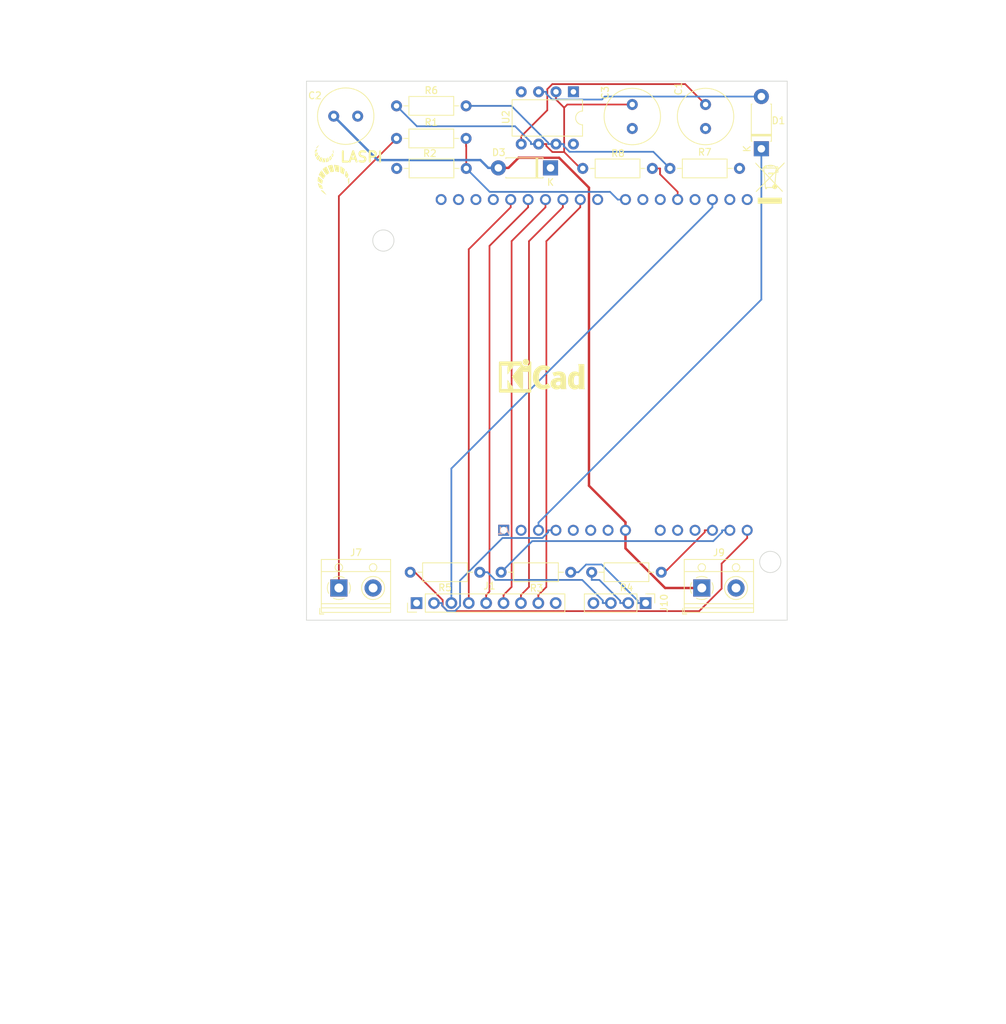
<source format=kicad_pcb>
(kicad_pcb (version 20211014) (generator pcbnew)
  (title_block (date "2023-04-12"))
  (layers (0 "F.Cu" signal) (1 "In1.Cu" power) (2 "In2.Cu" power) (31 "B.Cu" signal) (34 "B.Paste" user) (35 "F.Paste" user) (36 "B.SilkS" user "B.Silkscreen") (37 "F.SilkS" user "F.Silkscreen") (38 "B.Mask" user) (39 "F.Mask" user) (44 "Edge.Cuts" user))
  (net 0 "")
  (net 1 "/+9.5")
  (net 2 "GND")
  (net 3 "Net-(J7-Pad1)")
  (net 4 "/ver_porta")
  (net 5 "/azul")
  (net 6 "/BLUE_OUT")
  (net 7 "/verde")
  (net 8 "/GREEN_OUT")
  (net 9 "/vermelho")
  (net 10 "/RED_OUT")
  (net 11 "/3.3v")
  (net 12 "/RST")
  (net 13 "/TR_CNTRL")
  (net 14 "/CE")
  (net 15 "/MOSI")
  (net 16 "/MISO")
  (net 17 "/SCLK")
  (net 18 "/+5")
  (net 21 "/R2")
  (net 28 "/R1")
  (net 35 "/nDSCHR_CAP")
  (net 36 "Net-(D1-Pad2)")
  (net 37 "/CV")
  (net 38 "/NRESET_MCU")
  (footprint "Resistor_THT:R_Axial_DIN0207_L6.3mm_D2.5mm_P10.16mm_Horizontal" (layer "F.Cu") (at 117.7 109)
    (fp_text reference "R3" (at 5.17 2.32) (layer "F.SilkS"))
    (fp_text value "330R")
    (pad "1" thru_hole circle (at 0 0) (size 1.6 1.6) (drill 0.8) (layers *.Cu *.Mask) (net 5 "/azul"))
    (pad "2" thru_hole oval (at 10.16 0) (size 1.6 1.6) (drill 0.8) (layers *.Cu *.Mask) (net 6 "/BLUE_OUT"))
  )
  (footprint "TerminalBlock_RND:TerminalBlock_RND_205-00012_1x02_P5.00mm_Horizontal" (layer "F.Cu") (at 147 111.3)
    (fp_text reference "J9" (at 2.5 -5.16) (layer "F.SilkS"))
    (fp_text value "Con. Alimentação 9.5V")
    (pad "1" thru_hole rect (at 0 0) (size 2.5 2.5) (drill 1.3) (layers *.Cu *.Mask) (net 1 "/+9.5"))
    (pad "2" thru_hole circle (at 5 0) (size 2.5 2.5) (drill 1.3) (layers *.Cu *.Mask) (net 2 "GND"))
  )
  (footprint "Resistor_THT:R_Axial_DIN0207_L6.3mm_D2.5mm_P10.16mm_Horizontal" (layer "F.Cu") (at 112.605 50.075 180)
    (fp_text reference "R2" (at 5.32 2.19) (layer "F.SilkS"))
    (fp_text value "680R")
    (pad "1" thru_hole circle locked (at 0 0 180) (size 1.6 1.6) (drill 0.8) (layers *.Cu *.Mask) (net 4 "/ver_porta"))
    (pad "2" thru_hole oval locked (at 10.16 0 180) (size 1.6 1.6) (drill 0.8) (layers *.Cu *.Mask) (net 2 "GND"))
  )
  (footprint "Symbol:WEEE-Logo_4.2x6mm_SilkScreen" (layer "F.Cu") (at 156.95 52.2)
    (fp_text reference "REF**" hide)
    (fp_text value "WEEE-Logo_4.2x6mm_SilkScreen" hide)
  )
  (footprint "Resistor_THT:R_Axial_DIN0207_L6.3mm_D2.5mm_P10.16mm_Horizontal" (layer "F.Cu") (at 129.62 50.075)
    (fp_text reference "R8" (at 5.14 -2.19) (layer "F.SilkS"))
    (fp_text value "560")
    (pad "1" thru_hole circle locked (at 0 0) (size 1.6 1.6) (drill 0.8) (layers *.Cu *.Mask) (net 21 "/R2"))
    (pad "2" thru_hole oval locked (at 10.16 0) (size 1.6 1.6) (drill 0.8) (layers *.Cu *.Mask) (net 35 "/nDSCHR_CAP"))
  )
  (footprint "Resistor_THT:R_Axial_DIN0207_L6.3mm_D2.5mm_P10.16mm_Horizontal" (layer "F.Cu") (at 142.35 50.075)
    (fp_text reference "R7" (at 5.08 -2.37) (layer "F.SilkS"))
    (fp_text value "1M")
    (pad "1" thru_hole circle (at 0 0) (size 1.6 1.6) (drill 0.8) (layers *.Cu *.Mask) (net 28 "/R1"))
    (pad "2" thru_hole oval (at 10.16 0) (size 1.6 1.6) (drill 0.8) (layers *.Cu *.Mask) (net 18 "/+5"))
  )
  (footprint "Diode_THT:D_DO-41_SOD81_P7.62mm_Horizontal" (layer "F.Cu") (at 155.7 47.21 90)
    (fp_text reference "D1" (at 4.11 2.5 180) (layer "F.SilkS"))
    (fp_text value "1N4148")
    (fp_text user "K" (at 0 -2.1 90) (layer "F.SilkS"))
    (pad "1" thru_hole rect locked (at 0 0 90) (size 2.2 2.2) (drill 1.1) (layers *.Cu *.Mask) (net 38 "/NRESET_MCU"))
    (pad "2" thru_hole oval locked (at 7.62 0 90) (size 2.2 2.2) (drill 1.1) (layers *.Cu *.Mask) (net 36 "Net-(D1-Pad2)"))
  )
  (footprint "Capacitor_THT:C_Radial_D8.0mm_H11.5mm_P3.50mm" (layer "F.Cu") (at 136.85 40.75 -90)
    (fp_text reference "C3" (at -1.72 3.96 90) (layer "F.SilkS"))
    (fp_text value "100uF")
    (pad "1" thru_hole circle (at 0 0 270) (size 1.6 1.6) (drill 0.8) (layers *.Cu *.Mask) (net 21 "/R2"))
    (pad "2" thru_hole circle (at 3.5 0 270) (size 1.6 1.6) (drill 0.8) (layers *.Cu *.Mask) (net 2 "GND"))
  )
  (footprint "TerminalBlock_RND:TerminalBlock_RND_205-00012_1x02_P5.00mm_Horizontal" (layer "F.Cu") (at 94 111.3)
    (fp_text reference "J7" (at 2.5 -5.16) (layer "F.SilkS"))
    (fp_text value "FB TRANCA")
    (pad "1" thru_hole rect (at 0 0) (size 2.5 2.5) (drill 1.3) (layers *.Cu *.Mask) (net 3 "Net-(J7-Pad1)"))
    (pad "2" thru_hole circle (at 5 0) (size 2.5 2.5) (drill 1.3) (layers *.Cu *.Mask))
  )
  (footprint "Capacitor_THT:C_Radial_D8.0mm_H11.5mm_P3.50mm" (layer "F.Cu") (at 147.55 40.75 -90)
    (fp_text reference "C1" (at -2.31 3.96 90) (layer "F.SilkS"))
    (fp_text value "10nF")
    (pad "1" thru_hole circle (at 0 0 270) (size 1.6 1.6) (drill 0.8) (layers *.Cu *.Mask) (net 37 "/CV"))
    (pad "2" thru_hole circle (at 3.5 0 270) (size 1.6 1.6) (drill 0.8) (layers *.Cu *.Mask) (net 2 "GND"))
  )
  (footprint "Resistor_THT:R_Axial_DIN0207_L6.3mm_D2.5mm_P10.16mm_Horizontal" (layer "F.Cu") (at 104.42 109)
    (fp_text reference "R5" (at 5.08 2.25) (layer "F.SilkS"))
    (fp_text value "330R")
    (pad "1" thru_hole circle (at 0 0) (size 1.6 1.6) (drill 0.8) (layers *.Cu *.Mask) (net 9 "/vermelho"))
    (pad "2" thru_hole oval (at 10.16 0) (size 1.6 1.6) (drill 0.8) (layers *.Cu *.Mask) (net 10 "/RED_OUT"))
  )
  (footprint "CUSTOM_SYMBOL:laspi" (layer "F.Cu") (at 92.836461 50.236392)
    (fp_text reference "logolaspi" hide)
    (fp_text value "LOGO" hide)
  )
  (footprint "Resistor_THT:R_Axial_DIN0207_L6.3mm_D2.5mm_P10.16mm_Horizontal" (layer "F.Cu") (at 102.42 45.7)
    (fp_text reference "R1" (at 5.08 -2.37) (layer "F.SilkS"))
    (fp_text value "1.2kR")
    (pad "1" thru_hole circle locked (at 0 0) (size 1.6 1.6) (drill 0.8) (layers *.Cu *.Mask) (net 3 "Net-(J7-Pad1)"))
    (pad "2" thru_hole oval locked (at 10.16 0) (size 1.6 1.6) (drill 0.8) (layers *.Cu *.Mask) (net 4 "/ver_porta"))
  )
  (footprint "Package_DIP:DIP-8_W7.62mm" (layer "F.Cu") (at 128.25 38.9 -90)
    (fp_text reference "U2" (at 3.69 9.86 90) (layer "F.SilkS"))
    (fp_text value "NE555P")
    (pad "1" thru_hole rect locked (at 0 0 270) (size 1.6 1.6) (drill 0.8) (layers *.Cu *.Mask) (net 2 "GND"))
    (pad "2" thru_hole oval locked (at 0 2.54 270) (size 1.6 1.6) (drill 0.8) (layers *.Cu *.Mask) (net 21 "/R2"))
    (pad "3" thru_hole oval locked (at 0 5.08 270) (size 1.6 1.6) (drill 0.8) (layers *.Cu *.Mask) (net 36 "Net-(D1-Pad2)"))
    (pad "4" thru_hole oval locked (at 0 7.62 270) (size 1.6 1.6) (drill 0.8) (layers *.Cu *.Mask) (net 18 "/+5"))
    (pad "5" thru_hole oval locked (at 7.62 7.62 270) (size 1.6 1.6) (drill 0.8) (layers *.Cu *.Mask) (net 37 "/CV"))
    (pad "6" thru_hole oval locked (at 7.62 5.08 270) (size 1.6 1.6) (drill 0.8) (layers *.Cu *.Mask) (net 21 "/R2"))
    (pad "7" thru_hole oval locked (at 7.62 2.54 270) (size 1.6 1.6) (drill 0.8) (layers *.Cu *.Mask) (net 28 "/R1"))
    (pad "8" thru_hole oval locked (at 7.62 0 270) (size 1.6 1.6) (drill 0.8) (layers *.Cu *.Mask) (net 18 "/+5"))
  )
  (footprint "Resistor_THT:R_Axial_DIN0207_L6.3mm_D2.5mm_P10.16mm_Horizontal" (layer "F.Cu") (at 141.08 109 180)
    (fp_text reference "R4" (at 5.08 -2.25) (layer "F.SilkS"))
    (fp_text value "330R")
    (pad "1" thru_hole circle locked (at 0 0 180) (size 1.6 1.6) (drill 0.8) (layers *.Cu *.Mask) (net 7 "/verde"))
    (pad "2" thru_hole oval locked (at 10.16 0 180) (size 1.6 1.6) (drill 0.8) (layers *.Cu *.Mask) (net 8 "/GREEN_OUT"))
  )
  (footprint "Connector_PinHeader_2.54mm:PinHeader_1x04_P2.54mm_Vertical" (layer "F.Cu") (at 138.8 113.5 -90)
    (fp_text reference "J10" (at 0 -2.7 -90) (layer "F.SilkS"))
    (fp_text value "JP LED")
    (pad "1" thru_hole rect locked (at 0 0 270) (size 1.7 1.7) (drill 1) (layers *.Cu *.Mask) (net 6 "/BLUE_OUT"))
    (pad "2" thru_hole oval locked (at 0 2.54 270) (size 1.7 1.7) (drill 1) (layers *.Cu *.Mask) (net 8 "/GREEN_OUT"))
    (pad "3" thru_hole oval locked (at 0 5.08 270) (size 1.7 1.7) (drill 1) (layers *.Cu *.Mask) (net 10 "/RED_OUT"))
    (pad "4" thru_hole oval locked (at 0 7.62 270) (size 1.7 1.7) (drill 1) (layers *.Cu *.Mask) (net 2 "GND"))
  )
  (footprint "Diode_THT:D_DO-41_SOD81_P7.62mm_Horizontal" (layer "F.Cu") (at 124.91 50 180)
    (fp_text reference "D3" (at 7.56 2.25) (layer "F.SilkS"))
    (fp_text value "DIODE")
    (fp_text user "K" (at 0 -2.1) (layer "F.SilkS"))
    (pad "1" thru_hole rect locked (at 0 0 180) (size 2.2 2.2) (drill 1.1) (layers *.Cu *.Mask) (net 2 "GND"))
    (pad "2" thru_hole oval locked (at 7.62 0 180) (size 2.2 2.2) (drill 1.1) (layers *.Cu *.Mask) (net 1 "/+9.5"))
  )
  (footprint "Connector_PinHeader_2.54mm:PinHeader_1x09_P2.54mm_Vertical" (layer "F.Cu") (at 105.35 113.5 90)
    (fp_text reference "J1" (at 2.5 10.65 180) (layer "F.SilkS"))
    (fp_text value "Con. Placa Aux.")
    (pad "1" thru_hole rect (at 0 0 90) (size 1.7 1.7) (drill 1) (layers *.Cu *.Mask) (net 18 "/+5"))
    (pad "2" thru_hole oval (at 0 2.54 90) (size 1.7 1.7) (drill 1) (layers *.Cu *.Mask) (net 11 "/3.3v"))
    (pad "3" thru_hole oval (at 0 5.08 90) (size 1.7 1.7) (drill 1) (layers *.Cu *.Mask) (net 13 "/TR_CNTRL"))
    (pad "4" thru_hole oval (at 0 7.62 90) (size 1.7 1.7) (drill 1) (layers *.Cu *.Mask) (net 17 "/SCLK"))
    (pad "5" thru_hole oval (at 0 10.16 90) (size 1.7 1.7) (drill 1) (layers *.Cu *.Mask) (net 16 "/MISO"))
    (pad "6" thru_hole oval (at 0 12.7 90) (size 1.7 1.7) (drill 1) (layers *.Cu *.Mask) (net 15 "/MOSI"))
    (pad "7" thru_hole oval (at 0 15.24 90) (size 1.7 1.7) (drill 1) (layers *.Cu *.Mask) (net 14 "/CE"))
    (pad "8" thru_hole oval (at 0 17.78 90) (size 1.7 1.7) (drill 1) (layers *.Cu *.Mask) (net 12 "/RST"))
    (pad "9" thru_hole oval (at 0 20.32 90) (size 1.7 1.7) (drill 1) (layers *.Cu *.Mask) (net 2 "GND"))
  )
  (footprint "Resistor_THT:R_Axial_DIN0207_L6.3mm_D2.5mm_P10.16mm_Horizontal" (layer "F.Cu") (at 102.42 40.95)
    (fp_text reference "R6" (at 5.08 -2.25) (layer "F.SilkS"))
    (fp_text value "10k")
    (pad "1" thru_hole circle locked (at 0 0) (size 1.6 1.6) (drill 0.8) (layers *.Cu *.Mask) (net 21 "/R2"))
    (pad "2" thru_hole oval locked (at 10.16 0) (size 1.6 1.6) (drill 0.8) (layers *.Cu *.Mask) (net 28 "/R1"))
  )
  (footprint "Capacitor_THT:C_Radial_D8.0mm_H11.5mm_P3.50mm" (layer "F.Cu") (at 93.25 42.45)
    (fp_text reference "C2" (at -2.75 -3 180) (layer "F.SilkS"))
    (fp_text value "100uF")
    (pad "1" thru_hole circle locked (at 0 0) (size 1.6 1.6) (drill 0.8) (layers *.Cu *.Mask) (net 1 "/+9.5"))
    (pad "2" thru_hole circle locked (at 3.5 0) (size 1.6 1.6) (drill 0.8) (layers *.Cu *.Mask) (net 2 "GND"))
  )
  (footprint "Symbol:KiCad-Logo_5mm_SilkScreen" (layer "F.Cu") (at 123.65 80.85)
    (fp_text reference "REFe" hide)
    (fp_text value "KiCad-Logo_5mm_SilkScreen" hide)
  )
  (footprint "Module:Arduino_UNO_R3" (layer "B.Cu") (at 118.075 102.88)
    (fp_text reference "A1" (at -0.075 0.07 180) (layer "B.SilkS") (effects (justify mirror)))
    (fp_text value "Arduino_UNO_R3")
    (pad "1" thru_hole rect locked (at 0 0 270) (size 1.6 1.6) (drill 1) (layers *.Cu *.Mask))
    (pad "2" thru_hole oval locked (at 2.54 0 270) (size 1.6 1.6) (drill 1) (layers *.Cu *.Mask))
    (pad "3" thru_hole oval locked (at 5.08 0 270) (size 1.6 1.6) (drill 1) (layers *.Cu *.Mask) (net 38 "/NRESET_MCU"))
    (pad "4" thru_hole oval locked (at 7.62 0 270) (size 1.6 1.6) (drill 1) (layers *.Cu *.Mask) (net 11 "/3.3v"))
    (pad "5" thru_hole oval locked (at 10.16 0 270) (size 1.6 1.6) (drill 1) (layers *.Cu *.Mask) (net 18 "/+5"))
    (pad "6" thru_hole oval locked (at 12.7 0 270) (size 1.6 1.6) (drill 1) (layers *.Cu *.Mask) (net 2 "GND"))
    (pad "7" thru_hole oval locked (at 15.24 0 270) (size 1.6 1.6) (drill 1) (layers *.Cu *.Mask) (net 2 "GND"))
    (pad "8" thru_hole oval locked (at 17.78 0 270) (size 1.6 1.6) (drill 1) (layers *.Cu *.Mask) (net 1 "/+9.5"))
    (pad "9" thru_hole oval locked (at 22.86 0 270) (size 1.6 1.6) (drill 1) (layers *.Cu *.Mask))
    (pad "10" thru_hole oval locked (at 25.4 0 270) (size 1.6 1.6) (drill 1) (layers *.Cu *.Mask))
    (pad "11" thru_hole oval locked (at 27.94 0 270) (size 1.6 1.6) (drill 1) (layers *.Cu *.Mask))
    (pad "12" thru_hole oval locked (at 30.48 0 270) (size 1.6 1.6) (drill 1) (layers *.Cu *.Mask) (net 7 "/verde"))
    (pad "13" thru_hole oval locked (at 33.02 0 270) (size 1.6 1.6) (drill 1) (layers *.Cu *.Mask) (net 5 "/azul"))
    (pad "14" thru_hole oval locked (at 35.56 0 270) (size 1.6 1.6) (drill 1) (layers *.Cu *.Mask) (net 9 "/vermelho"))
    (pad "15" thru_hole oval locked (at 35.56 -48.26 270) (size 1.6 1.6) (drill 1) (layers *.Cu *.Mask))
    (pad "16" thru_hole oval locked (at 33.02 -48.26 270) (size 1.6 1.6) (drill 1) (layers *.Cu *.Mask))
    (pad "17" thru_hole oval locked (at 30.48 -48.26 270) (size 1.6 1.6) (drill 1) (layers *.Cu *.Mask) (net 13 "/TR_CNTRL"))
    (pad "18" thru_hole oval locked (at 27.94 -48.26 270) (size 1.6 1.6) (drill 1) (layers *.Cu *.Mask))
    (pad "19" thru_hole oval locked (at 25.4 -48.26 270) (size 1.6 1.6) (drill 1) (layers *.Cu *.Mask) (net 35 "/nDSCHR_CAP"))
    (pad "20" thru_hole oval locked (at 22.86 -48.26 270) (size 1.6 1.6) (drill 1) (layers *.Cu *.Mask))
    (pad "21" thru_hole oval locked (at 20.32 -48.26 270) (size 1.6 1.6) (drill 1) (layers *.Cu *.Mask))
    (pad "22" thru_hole oval locked (at 17.78 -48.26 270) (size 1.6 1.6) (drill 1) (layers *.Cu *.Mask) (net 4 "/ver_porta"))
    (pad "23" thru_hole oval locked (at 13.72 -48.26 270) (size 1.6 1.6) (drill 1) (layers *.Cu *.Mask))
    (pad "24" thru_hole oval locked (at 11.18 -48.26 270) (size 1.6 1.6) (drill 1) (layers *.Cu *.Mask) (net 12 "/RST"))
    (pad "25" thru_hole oval locked (at 8.64 -48.26 270) (size 1.6 1.6) (drill 1) (layers *.Cu *.Mask) (net 14 "/CE"))
    (pad "26" thru_hole oval locked (at 6.1 -48.26 270) (size 1.6 1.6) (drill 1) (layers *.Cu *.Mask) (net 15 "/MOSI"))
    (pad "27" thru_hole oval locked (at 3.56 -48.26 270) (size 1.6 1.6) (drill 1) (layers *.Cu *.Mask) (net 16 "/MISO"))
    (pad "28" thru_hole oval locked (at 1.02 -48.26 270) (size 1.6 1.6) (drill 1) (layers *.Cu *.Mask) (net 17 "/SCLK"))
    (pad "29" thru_hole oval locked (at -1.52 -48.26 270) (size 1.6 1.6) (drill 1) (layers *.Cu *.Mask) (net 2 "GND"))
    (pad "30" thru_hole oval locked (at -4.06 -48.26 270) (size 1.6 1.6) (drill 1) (layers *.Cu *.Mask))
    (pad "31" thru_hole oval locked (at -6.6 -48.26 270) (size 1.6 1.6) (drill 1) (layers *.Cu *.Mask))
    (pad "32" thru_hole oval locked (at -9.14 -48.26 270) (size 1.6 1.6) (drill 1) (layers *.Cu *.Mask))
  )
  (gr_circle (center 157 107.5) (end 158.55 107.5) (layer "Edge.Cuts") (width 0.1) (fill none))
  (gr_line (start 89.27 116) (end 159.47 116) (layer "Edge.Cuts") (width 0.1))
  (gr_line (start 89.275 37.35) (end 89.27 116) (layer "Edge.Cuts") (width 0.1))
  (gr_line (start 159.47 116) (end 159.475 37.35) (layer "Edge.Cuts") (width 0.1))
  (gr_circle (center 100.5 60.6) (end 102.05 60.6) (layer "Edge.Cuts") (width 0.1) (fill none))
  (gr_line (start 159.475 37.35) (end 89.275 37.35) (layer "Edge.Cuts") (width 0.1))
  (gr_text "LASPI" (at 97.3 48.4) (layer "F.SilkS") (effects (font (size 1.5 1.5) (thickness 0.3))))
  (segment (start 135.855 102.88) (end 135.855 101.7047) (width 0.35) (layer "F.Cu") (net 1))
  (segment (start 147 111.3) (end 141.6431 111.3) (width 0.35) (layer "F.Cu") (net 1))
  (segment (start 141.6431 111.3) (end 135.855 105.5119) (width 0.35) (layer "F.Cu") (net 1))
  (segment (start 130.525 52.8842) (end 126.1654 48.5246) (width 0.35) (layer "F.Cu") (net 1))
  (segment (start 130.525 96.3747) (end 130.525 52.8842) (width 0.35) (layer "F.Cu") (net 1))
  (segment (start 135.855 101.7047) (end 130.525 96.3747) (width 0.35) (layer "F.Cu") (net 1))
  (segment (start 117.29 50) (end 118.7653 50) (width 0.35) (layer "F.Cu") (net 1))
  (segment (start 126.1654 48.5246) (end 120.2407 48.5246) (width 0.35) (layer "F.Cu") (net 1))
  (segment (start 135.855 105.5119) (end 135.855 102.88) (width 0.35) (layer "F.Cu") (net 1))
  (segment (start 120.2407 48.5246) (end 118.7653 50) (width 0.35) (layer "F.Cu") (net 1))
  (segment (start 99.6613 48.8613) (end 93.25 42.45) (width 0.35) (layer "B.Cu") (net 1))
  (segment (start 115.8147 50) (end 114.676 48.8613) (width 0.35) (layer "B.Cu") (net 1))
  (segment (start 117.29 50) (end 115.8147 50) (width 0.35) (layer "B.Cu") (net 1))
  (segment (start 114.676 48.8613) (end 99.6613 48.8613) (width 0.35) (layer "B.Cu") (net 1))
  (segment (start 102.42 45.7) (end 94 54.12) (width 0.25) (layer "F.Cu") (net 3))
  (segment (start 94 54.12) (end 94 111.3) (width 0.25) (layer "F.Cu") (net 3))
  (segment (start 112.605 46.8503) (end 112.605 50.075) (width 0.25) (layer "F.Cu") (net 4))
  (segment (start 112.58 46.8253) (end 112.605 46.8503) (width 0.25) (layer "F.Cu") (net 4))
  (segment (start 112.58 45.7) (end 112.58 46.8253) (width 0.25) (layer "F.Cu") (net 4))
  (segment (start 116.0247 53.4947) (end 112.605 50.075) (width 0.25) (layer "B.Cu") (net 4))
  (segment (start 134.7297 54.62) (end 133.6044 53.4947) (width 0.25) (layer "B.Cu") (net 4))
  (segment (start 133.6044 53.4947) (end 116.0247 53.4947) (width 0.25) (layer "B.Cu") (net 4))
  (segment (start 135.855 54.62) (end 134.7297 54.62) (width 0.25) (layer "B.Cu") (net 4))
  (segment (start 149.9697 103.1613) (end 148.6753 104.4557) (width 0.25) (layer "B.Cu") (net 5))
  (segment (start 149.9697 102.88) (end 149.9697 103.1613) (width 0.25) (layer "B.Cu") (net 5))
  (segment (start 122.2443 104.4557) (end 117.7 109) (width 0.25) (layer "B.Cu") (net 5))
  (segment (start 148.6753 104.4557) (end 122.2443 104.4557) (width 0.25) (layer "B.Cu") (net 5))
  (segment (start 151.095 102.88) (end 149.9697 102.88) (width 0.25) (layer "B.Cu") (net 5))
  (segment (start 132.3667 107.8747) (end 137.6247 113.1327) (width 0.25) (layer "B.Cu") (net 6))
  (segment (start 127.86 109) (end 128.9853 109) (width 0.25) (layer "B.Cu") (net 6))
  (segment (start 138.8 113.5) (end 137.6247 113.5) (width 0.25) (layer "B.Cu") (net 6))
  (segment (start 128.9853 109) (end 130.1106 107.8747) (width 0.25) (layer "B.Cu") (net 6))
  (segment (start 137.6247 113.1327) (end 137.6247 113.5) (width 0.25) (layer "B.Cu") (net 6))
  (segment (start 130.1106 107.8747) (end 132.3667 107.8747) (width 0.25) (layer "B.Cu") (net 6))
  (segment (start 147.4297 102.88) (end 147.4297 103.1613) (width 0.25) (layer "F.Cu") (net 7))
  (segment (start 148.555 102.88) (end 147.4297 102.88) (width 0.25) (layer "F.Cu") (net 7))
  (segment (start 147.4297 103.1613) (end 141.591 109) (width 0.25) (layer "F.Cu") (net 7))
  (segment (start 141.591 109) (end 141.08 109) (width 0.25) (layer "F.Cu") (net 7))
  (segment (start 130.92 109) (end 130.92 110.1253) (width 0.25) (layer "B.Cu") (net 8))
  (segment (start 135.0847 113.5) (end 135.0847 113.1647) (width 0.25) (layer "B.Cu") (net 8))
  (segment (start 132.0453 110.1253) (end 130.92 110.1253) (width 0.25) (layer "B.Cu") (net 8))
  (segment (start 135.0847 113.1647) (end 132.0453 110.1253) (width 0.25) (layer "B.Cu") (net 8))
  (segment (start 136.26 113.5) (end 135.0847 113.5) (width 0.25) (layer "B.Cu") (net 8))
  (segment (start 104.42 109) (end 105.0985 109) (width 0.25) (layer "F.Cu") (net 9))
  (segment (start 109.866 114.6754) (end 146.6176 114.6754) (width 0.25) (layer "F.Cu") (net 9))
  (segment (start 109.16 113.0615) (end 109.16 113.9694) (width 0.25) (layer "F.Cu") (net 9))
  (segment (start 149.8955 111.3975) (end 149.8955 107.7448) (width 0.25) (layer "F.Cu") (net 9))
  (segment (start 105.0985 109) (end 109.16 113.0615) (width 0.25) (layer "F.Cu") (net 9))
  (segment (start 149.8955 107.7448) (end 153.635 104.0053) (width 0.25) (layer "F.Cu") (net 9))
  (segment (start 153.635 102.88) (end 153.635 104.0053) (width 0.25) (layer "F.Cu") (net 9))
  (segment (start 109.16 113.9694) (end 109.866 114.6754) (width 0.25) (layer "F.Cu") (net 9))
  (segment (start 146.6176 114.6754) (end 149.8955 111.3975) (width 0.25) (layer "F.Cu") (net 9))
  (segment (start 116.8306 110.1253) (end 115.7053 109) (width 0.25) (layer "B.Cu") (net 10))
  (segment (start 114.58 109) (end 115.7053 109) (width 0.25) (layer "B.Cu") (net 10))
  (segment (start 132.5447 113.1326) (end 129.5374 110.1253) (width 0.25) (layer "B.Cu") (net 10))
  (segment (start 132.5447 113.5) (end 132.5447 113.1326) (width 0.25) (layer "B.Cu") (net 10))
  (segment (start 133.72 113.5) (end 132.5447 113.5) (width 0.25) (layer "B.Cu") (net 10))
  (segment (start 129.5374 110.1253) (end 116.8306 110.1253) (width 0.25) (layer "B.Cu") (net 10))
  (segment (start 109.8732 114.6753) (end 109.0653 113.8674) (width 0.25) (layer "B.Cu") (net 11))
  (segment (start 111.7 110.1973) (end 111.7 113.9207) (width 0.25) (layer "B.Cu") (net 11))
  (segment (start 109.0653 113.8674) (end 109.0653 113.5) (width 0.25) (layer "B.Cu") (net 11))
  (segment (start 111.7 113.9207) (end 110.9454 114.6753) (width 0.25) (layer "B.Cu") (net 11))
  (segment (start 117.892 104.0053) (end 111.7 110.1973) (width 0.25) (layer "B.Cu") (net 11))
  (segment (start 124.5697 102.88) (end 124.5697 103.1614) (width 0.25) (layer "B.Cu") (net 11))
  (segment (start 123.7258 104.0053) (end 117.892 104.0053) (width 0.25) (layer "B.Cu") (net 11))
  (segment (start 107.89 113.5) (end 109.0653 113.5) (width 0.25) (layer "B.Cu") (net 11))
  (segment (start 124.5697 103.1614) (end 123.7258 104.0053) (width 0.25) (layer "B.Cu") (net 11))
  (segment (start 110.9454 114.6753) (end 109.8732 114.6753) (width 0.25) (layer "B.Cu") (net 11))
  (segment (start 125.695 102.88) (end 124.5697 102.88) (width 0.25) (layer "B.Cu") (net 11))
  (segment (start 124.3053 60.695) (end 124.3053 111.1494) (width 0.25) (layer "F.Cu") (net 12))
  (segment (start 124.3053 111.1494) (end 123.13 112.3247) (width 0.25) (layer "F.Cu") (net 12))
  (segment (start 129.255 54.62) (end 129.255 55.7453) (width 0.25) (layer "F.Cu") (net 12))
  (segment (start 123.13 113.5) (end 123.13 112.3247) (width 0.25) (layer "F.Cu") (net 12))
  (segment (start 129.255 55.7453) (end 124.3053 60.695) (width 0.25) (layer "F.Cu") (net 12))
  (segment (start 110.43 93.8703) (end 110.43 113.5) (width 0.25) (layer "B.Cu") (net 13))
  (segment (start 148.555 54.62) (end 148.555 55.7453) (width 0.25) (layer "B.Cu") (net 13))
  (segment (start 148.555 55.7453) (end 110.43 93.8703) (width 0.25) (layer "B.Cu") (net 13))
  (segment (start 126.715 54.62) (end 126.715 55.7453) (width 0.25) (layer "F.Cu") (net 14))
  (segment (start 121.7653 111.1494) (end 121.7653 60.695) (width 0.25) (layer "F.Cu") (net 14))
  (segment (start 120.59 112.3247) (end 121.7653 111.1494) (width 0.25) (layer "F.Cu") (net 14))
  (segment (start 121.7653 60.695) (end 126.715 55.7453) (width 0.25) (layer "F.Cu") (net 14))
  (segment (start 120.59 113.5) (end 120.59 112.3247) (width 0.25) (layer "F.Cu") (net 14))
  (segment (start 118.05 113.5) (end 118.05 112.3247) (width 0.25) (layer "F.Cu") (net 15))
  (segment (start 119.2253 60.695) (end 119.2253 111.1494) (width 0.25) (layer "F.Cu") (net 15))
  (segment (start 119.2253 111.1494) (end 118.05 112.3247) (width 0.25) (layer "F.Cu") (net 15))
  (segment (start 124.175 55.7453) (end 119.2253 60.695) (width 0.25) (layer "F.Cu") (net 15))
  (segment (start 124.175 54.62) (end 124.175 55.7453) (width 0.25) (layer "F.Cu") (net 15))
  (segment (start 121.635 55.7453) (end 115.997 61.3833) (width 0.25) (layer "F.Cu") (net 16))
  (segment (start 115.51 113.5) (end 115.51 112.3247) (width 0.25) (layer "F.Cu") (net 16))
  (segment (start 121.635 54.62) (end 121.635 55.7453) (width 0.25) (layer "F.Cu") (net 16))
  (segment (start 115.997 61.3833) (end 115.997 111.8377) (width 0.25) (layer "F.Cu") (net 16))
  (segment (start 115.997 111.8377) (end 115.51 112.3247) (width 0.25) (layer "F.Cu") (net 16))
  (segment (start 119.095 54.62) (end 119.095 55.7453) (width 0.25) (layer "F.Cu") (net 17))
  (segment (start 112.97 113.5) (end 112.97 61.8703) (width 0.25) (layer "F.Cu") (net 17))
  (segment (start 112.97 61.8703) (end 119.095 55.7453) (width 0.25) (layer "F.Cu") (net 17))
  (segment (start 136.85 40.75) (end 127.3665 40.75) (width 0.25) (layer "F.Cu") (net 21))
  (segment (start 124.2953 46.8014) (end 125.1792 47.6853) (width 0.25) (layer "F.Cu") (net 21))
  (segment (start 125.71 38.9) (end 125.71 40.0253) (width 0.25) (layer "F.Cu") (net 21))
  (segment (start 124.2953 46.52) (end 124.2953 46.8014) (width 0.25) (layer "F.Cu") (net 21))
  (segment (start 126.9006 47.6853) (end 126.9006 41.2159) (width 0.25) (layer "F.Cu") (net 21))
  (segment (start 129.2903 50.075) (end 129.62 50.075) (width 0.25) (layer "F.Cu") (net 21))
  (segment (start 125.1792 47.6853) (end 126.9006 47.6853) (width 0.25) (layer "F.Cu") (net 21))
  (segment (start 123.17 46.52) (end 124.2953 46.52) (width 0.25) (layer "F.Cu") (net 21))
  (segment (start 127.3665 40.75) (end 126.9006 41.2159) (width 0.25) (layer "F.Cu") (net 21))
  (segment (start 126.9006 47.6853) (end 129.2903 50.075) (width 0.25) (layer "F.Cu") (net 21))
  (segment (start 126.9006 41.2159) (end 125.71 40.0253) (width 0.25) (layer "F.Cu") (net 21))
  (segment (start 123.17 46.52) (end 122.0447 46.52) (width 0.25) (layer "B.Cu") (net 21))
  (segment (start 105.3959 43.9259) (end 119.7319 43.9259) (width 0.25) (layer "B.Cu") (net 21))
  (segment (start 122.0447 46.2387) (end 122.0447 46.52) (width 0.25) (layer "B.Cu") (net 21))
  (segment (start 102.42 40.95) (end 105.3959 43.9259) (width 0.25) (layer "B.Cu") (net 21))
  (segment (start 119.7319 43.9259) (end 122.0447 46.2387) (width 0.25) (layer "B.Cu") (net 21))
  (segment (start 126.8353 46.8014) (end 126.8353 46.52) (width 0.25) (layer "B.Cu") (net 28))
  (segment (start 119.1916 40.95) (end 124.5847 46.3431) (width 0.25) (layer "B.Cu") (net 28))
  (segment (start 125.71 46.52) (end 124.5847 46.52) (width 0.25) (layer "B.Cu") (net 28))
  (segment (start 142.35 50.075) (end 139.9203 47.6453) (width 0.25) (layer "B.Cu") (net 28))
  (segment (start 112.58 40.95) (end 119.1916 40.95) (width 0.25) (layer "B.Cu") (net 28))
  (segment (start 125.71 46.52) (end 126.8353 46.52) (width 0.25) (layer "B.Cu") (net 28))
  (segment (start 127.6792 47.6453) (end 126.8353 46.8014) (width 0.25) (layer "B.Cu") (net 28))
  (segment (start 139.9203 47.6453) (end 127.6792 47.6453) (width 0.25) (layer "B.Cu") (net 28))
  (segment (start 124.5847 46.3431) (end 124.5847 46.52) (width 0.25) (layer "B.Cu") (net 28))
  (segment (start 139.78 50.075) (end 140.9053 50.075) (width 0.25) (layer "F.Cu") (net 35))
  (segment (start 143.475 53.4947) (end 140.9053 50.925) (width 0.25) (layer "F.Cu") (net 35))
  (segment (start 140.9053 50.925) (end 140.9053 50.075) (width 0.25) (layer "F.Cu") (net 35))
  (segment (start 143.475 54.62) (end 143.475 53.4947) (width 0.25) (layer "F.Cu") (net 35))
  (segment (start 124.2953 39.1813) (end 125.1394 40.0254) (width 0.25) (layer "B.Cu") (net 36))
  (segment (start 125.1394 40.0254) (end 132.4066 40.0254) (width 0.25) (layer "B.Cu") (net 36))
  (segment (start 123.17 38.9) (end 124.2953 38.9) (width 0.25) (layer "B.Cu") (net 36))
  (segment (start 132.4066 40.0254) (end 132.842 39.59) (width 0.25) (layer "B.Cu") (net 36))
  (segment (start 132.842 39.59) (end 155.7 39.59) (width 0.25) (layer "B.Cu") (net 36))
  (segment (start 124.2953 38.9) (end 124.2953 39.1813) (width 0.25) (layer "B.Cu") (net 36))
  (segment (start 120.63 46.52) (end 120.63 45.3947) (width 0.25) (layer "F.Cu") (net 37))
  (segment (start 120.63 45.3947) (end 124.44 41.5847) (width 0.25) (layer "F.Cu") (net 37))
  (segment (start 124.44 41.5847) (end 124.44 38.5105) (width 0.25) (layer "F.Cu") (net 37))
  (segment (start 125.1759 37.7746) (end 144.5746 37.7746) (width 0.25) (layer "F.Cu") (net 37))
  (segment (start 124.44 38.5105) (end 125.1759 37.7746) (width 0.25) (layer "F.Cu") (net 37))
  (segment (start 144.5746 37.7746) (end 147.55 40.75) (width 0.25) (layer "F.Cu") (net 37))
  (segment (start 123.155 101.7547) (end 155.7 69.2097) (width 0.25) (layer "B.Cu") (net 38))
  (segment (start 123.155 102.88) (end 123.155 101.7547) (width 0.25) (layer "B.Cu") (net 38))
  (segment (start 155.7 69.2097) (end 155.7 47.21) (width 0.25) (layer "B.Cu") (net 38))
)
</source>
